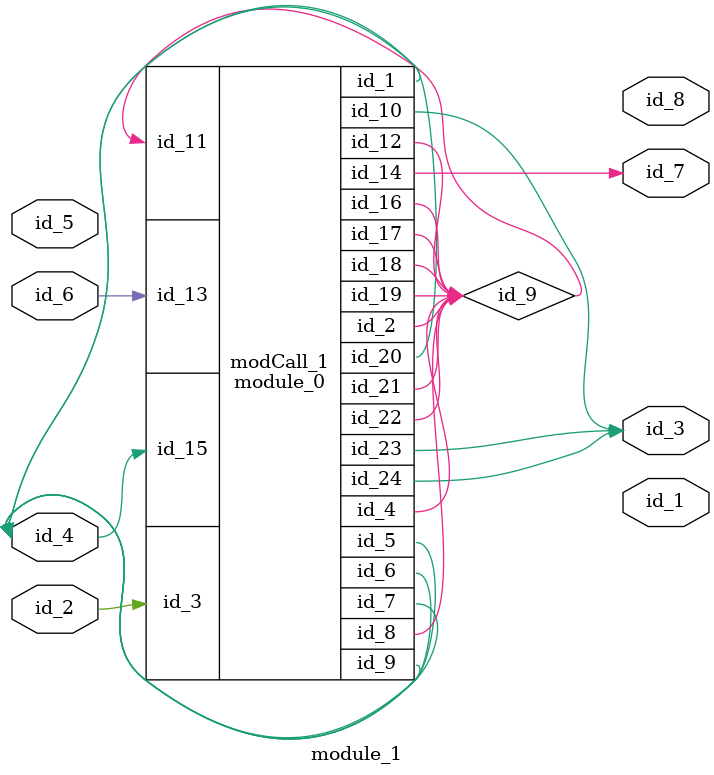
<source format=v>
module module_0 (
    id_1,
    id_2,
    id_3,
    id_4,
    id_5,
    id_6,
    id_7,
    id_8,
    id_9,
    id_10,
    id_11,
    id_12,
    id_13,
    id_14,
    id_15,
    id_16,
    id_17,
    id_18,
    id_19,
    id_20,
    id_21,
    id_22,
    id_23,
    id_24
);
  output wire id_24;
  output wire id_23;
  inout wire id_22;
  inout wire id_21;
  inout wire id_20;
  output wire id_19;
  inout wire id_18;
  inout wire id_17;
  inout wire id_16;
  input wire id_15;
  output wire id_14;
  input wire id_13;
  inout wire id_12;
  input wire id_11;
  output wire id_10;
  output wire id_9;
  inout wire id_8;
  inout wire id_7;
  inout wire id_6;
  output wire id_5;
  inout wire id_4;
  input wire id_3;
  output wire id_2;
  output wire id_1;
  wire id_25;
endmodule
module module_1 (
    id_1,
    id_2,
    id_3,
    id_4,
    id_5,
    id_6,
    id_7,
    id_8
);
  output wire id_8;
  output wire id_7;
  input wire id_6;
  input wire id_5;
  inout wire id_4;
  output wire id_3;
  input wire id_2;
  output wire id_1;
  wire id_9;
  module_0 modCall_1 (
      id_4,
      id_9,
      id_2,
      id_9,
      id_4,
      id_4,
      id_4,
      id_9,
      id_4,
      id_3,
      id_9,
      id_9,
      id_6,
      id_7,
      id_4,
      id_9,
      id_9,
      id_9,
      id_9,
      id_4,
      id_9,
      id_9,
      id_3,
      id_3
  );
endmodule

</source>
